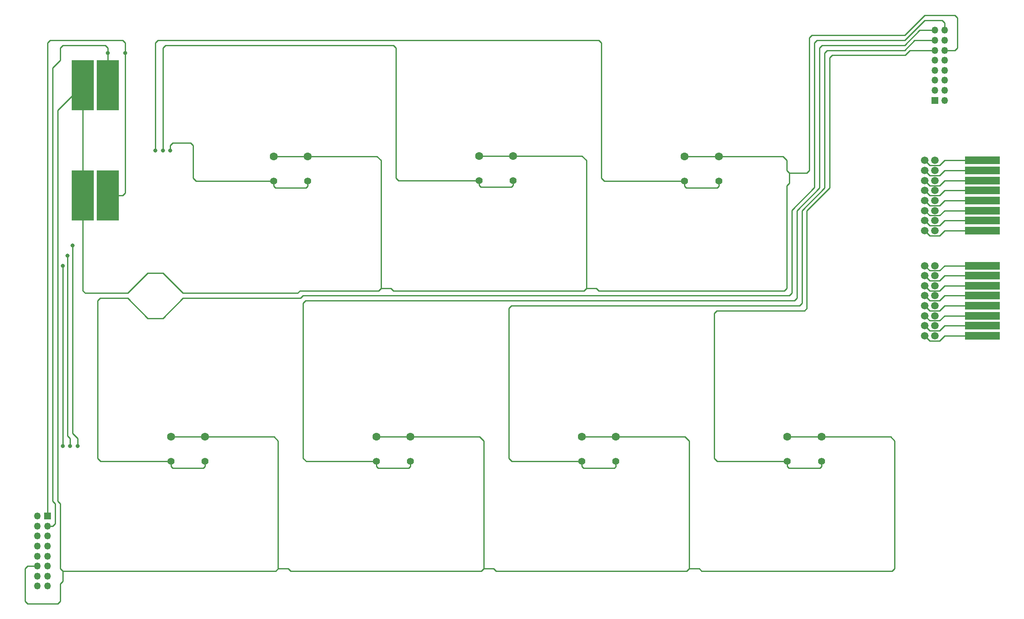
<source format=gbr>
%TF.GenerationSoftware,KiCad,Pcbnew,(6.0.1)*%
%TF.CreationDate,2022-11-16T23:08:11+09:00*%
%TF.ProjectId,iidx-refine-xsw,69696478-2d72-4656-9669-6e652d787377,rev?*%
%TF.SameCoordinates,Original*%
%TF.FileFunction,Copper,L1,Top*%
%TF.FilePolarity,Positive*%
%FSLAX46Y46*%
G04 Gerber Fmt 4.6, Leading zero omitted, Abs format (unit mm)*
G04 Created by KiCad (PCBNEW (6.0.1)) date 2022-11-16 23:08:11*
%MOMM*%
%LPD*%
G01*
G04 APERTURE LIST*
%TA.AperFunction,ComponentPad*%
%ADD10C,1.500000*%
%TD*%
%TA.AperFunction,SMDPad,CuDef*%
%ADD11R,7.000000X1.500000*%
%TD*%
%TA.AperFunction,ComponentPad*%
%ADD12C,1.600000*%
%TD*%
%TA.AperFunction,ComponentPad*%
%ADD13C,1.400000*%
%TD*%
%TA.AperFunction,SMDPad,CuDef*%
%ADD14R,4.500000X10.000000*%
%TD*%
%TA.AperFunction,ComponentPad*%
%ADD15R,1.350000X1.350000*%
%TD*%
%TA.AperFunction,ComponentPad*%
%ADD16O,1.350000X1.350000*%
%TD*%
%TA.AperFunction,ViaPad*%
%ADD17C,0.800000*%
%TD*%
%TA.AperFunction,Conductor*%
%ADD18C,0.250000*%
%TD*%
G04 APERTURE END LIST*
D10*
%TO.P,J2,1*%
%TO.N,N/C*%
X220500000Y-50000000D03*
D11*
X232000000Y-50000000D03*
D10*
%TO.P,J2,2*%
X222500000Y-50000000D03*
%TO.P,J2,3*%
X220500000Y-52000000D03*
D11*
X232000000Y-52000000D03*
D10*
%TO.P,J2,4*%
X222500000Y-52000000D03*
%TO.P,J2,5*%
X220500000Y-54000000D03*
D11*
X232000000Y-54000000D03*
D10*
%TO.P,J2,6*%
X222500000Y-54000000D03*
D11*
%TO.P,J2,7*%
X232000000Y-56000000D03*
D10*
X220500000Y-56000000D03*
%TO.P,J2,8*%
X222500000Y-56000000D03*
D11*
%TO.P,J2,9*%
X232000000Y-58000000D03*
D10*
X220500000Y-58000000D03*
%TO.P,J2,10*%
X222500000Y-58000000D03*
D11*
%TO.P,J2,11*%
X232000000Y-60000000D03*
D10*
X220500000Y-60000000D03*
%TO.P,J2,12*%
X222500000Y-60000000D03*
%TO.P,J2,13*%
X220500000Y-62000000D03*
D11*
X232000000Y-62000000D03*
D10*
%TO.P,J2,14*%
X222500000Y-62000000D03*
D11*
%TO.P,J2,15*%
X232000000Y-64000000D03*
D10*
X220500000Y-64000000D03*
%TO.P,J2,16*%
X222500000Y-64000000D03*
%TD*%
D12*
%TO.P,SW1,1,A*%
%TO.N,GND*%
X76900000Y-105200000D03*
X70099992Y-105199836D03*
D13*
%TO.P,SW1,2,B*%
%TO.N,Net-(J1-Pad16)*%
X70099992Y-110099836D03*
X76900000Y-110100000D03*
%TD*%
D12*
%TO.P,SW4,1,A*%
%TO.N,GND*%
X131599992Y-49099836D03*
X138400000Y-49100000D03*
D13*
%TO.P,SW4,2,B*%
%TO.N,Net-(J1-Pad7)*%
X131599992Y-53999836D03*
X138400000Y-54000000D03*
%TD*%
D14*
%TO.P,SW9,1,A*%
%TO.N,GND*%
X52500000Y-57000000D03*
%TO.P,SW9,2,B*%
%TO.N,Net-(J1-Pad1)*%
X57500000Y-57000000D03*
%TD*%
D12*
%TO.P,SW2,1,A*%
%TO.N,GND*%
X97400000Y-49200000D03*
X90599992Y-49199836D03*
D13*
%TO.P,SW2,2,B*%
%TO.N,Net-(J1-Pad5)*%
X90599992Y-54099836D03*
X97400000Y-54100000D03*
%TD*%
D11*
%TO.P,J1,1*%
%TO.N,N/C*%
X232000000Y-71000000D03*
D10*
X220500000Y-71000000D03*
%TO.P,J1,2*%
X222500000Y-71000000D03*
D11*
%TO.P,J1,3*%
X232000000Y-73000000D03*
D10*
X220500000Y-73000000D03*
%TO.P,J1,4*%
X222500000Y-73000000D03*
%TO.P,J1,5*%
X220500000Y-75000000D03*
D11*
X232000000Y-75000000D03*
D10*
%TO.P,J1,6*%
X222500000Y-75000000D03*
D11*
%TO.P,J1,7*%
X232000000Y-77000000D03*
D10*
X220500000Y-77000000D03*
%TO.P,J1,8*%
X222500000Y-77000000D03*
%TO.P,J1,9*%
X220500000Y-79000000D03*
D11*
X232000000Y-79000000D03*
D10*
%TO.P,J1,10*%
X222500000Y-79000000D03*
D11*
%TO.P,J1,11*%
X232000000Y-81000000D03*
D10*
X220500000Y-81000000D03*
%TO.P,J1,12*%
X222500000Y-81000000D03*
%TO.P,J1,13*%
X220500000Y-83000000D03*
D11*
X232000000Y-83000000D03*
D10*
%TO.P,J1,14*%
X222500000Y-83000000D03*
D11*
%TO.P,J1,15*%
X232000000Y-85000000D03*
D10*
X220500000Y-85000000D03*
%TO.P,J1,16*%
X222500000Y-85000000D03*
%TD*%
D14*
%TO.P,SW8,1,A*%
%TO.N,GND*%
X52500000Y-35000000D03*
%TO.P,SW8,2,B*%
%TO.N,Net-(J1-Pad3)*%
X57500000Y-35000000D03*
%TD*%
D12*
%TO.P,SW6,1,A*%
%TO.N,GND*%
X172599992Y-49199836D03*
X179400000Y-49200000D03*
D13*
%TO.P,SW6,2,B*%
%TO.N,Net-(J1-Pad9)*%
X179400000Y-54100000D03*
X172599992Y-54099836D03*
%TD*%
D12*
%TO.P,SW7,1,A*%
%TO.N,GND*%
X193099992Y-105199836D03*
X199900000Y-105200000D03*
D13*
%TO.P,SW7,2,B*%
%TO.N,Net-(J1-Pad11)*%
X199900000Y-110100000D03*
X193099992Y-110099836D03*
%TD*%
D12*
%TO.P,SW3,1,A*%
%TO.N,GND*%
X117900000Y-105200000D03*
X111099992Y-105199836D03*
D13*
%TO.P,SW3,2,B*%
%TO.N,Net-(J1-Pad15)*%
X111099992Y-110099836D03*
X117900000Y-110100000D03*
%TD*%
D12*
%TO.P,SW5,1,A*%
%TO.N,GND*%
X158900000Y-105200000D03*
X152099992Y-105199836D03*
D13*
%TO.P,SW5,2,B*%
%TO.N,Net-(J1-Pad13)*%
X158900000Y-110100000D03*
X152099992Y-110099836D03*
%TD*%
D15*
%TO.P,J2,1,Pin_1*%
%TO.N,Net-(J1-Pad1)*%
X222500000Y-38000000D03*
D16*
%TO.P,J2,2,Pin_2*%
%TO.N,unconnected-(J2-Pad2)*%
X224500000Y-38000000D03*
%TO.P,J2,3,Pin_3*%
%TO.N,Net-(J1-Pad3)*%
X222500000Y-36000000D03*
%TO.P,J2,4,Pin_4*%
%TO.N,unconnected-(J2-Pad4)*%
X224500000Y-36000000D03*
%TO.P,J2,5,Pin_5*%
%TO.N,Net-(J1-Pad5)*%
X222500000Y-34000000D03*
%TO.P,J2,6,Pin_6*%
%TO.N,unconnected-(J2-Pad6)*%
X224500000Y-34000000D03*
%TO.P,J2,7,Pin_7*%
%TO.N,Net-(J1-Pad7)*%
X222500000Y-32000000D03*
%TO.P,J2,8,Pin_8*%
%TO.N,unconnected-(J2-Pad8)*%
X224500000Y-32000000D03*
%TO.P,J2,9,Pin_9*%
%TO.N,Net-(J1-Pad9)*%
X222500000Y-30000000D03*
%TO.P,J2,10,Pin_10*%
%TO.N,unconnected-(J2-Pad10)*%
X224500000Y-30000000D03*
%TO.P,J2,11,Pin_11*%
%TO.N,Net-(J1-Pad11)*%
X222500000Y-28000000D03*
%TO.P,J2,12,Pin_12*%
%TO.N,GND*%
X224500000Y-28000000D03*
%TO.P,J2,13,Pin_13*%
%TO.N,Net-(J1-Pad13)*%
X222500000Y-26000000D03*
%TO.P,J2,14,Pin_14*%
%TO.N,unconnected-(J2-Pad14)*%
X224500000Y-26000000D03*
%TO.P,J2,15,Pin_15*%
%TO.N,Net-(J1-Pad15)*%
X222500000Y-24000000D03*
%TO.P,J2,16,Pin_16*%
%TO.N,Net-(J1-Pad16)*%
X224500000Y-24000000D03*
%TD*%
D15*
%TO.P,J1,1,Pin_1*%
%TO.N,Net-(J1-Pad1)*%
X45500000Y-121000000D03*
D16*
%TO.P,J1,2,Pin_2*%
%TO.N,unconnected-(J1-Pad2)*%
X43500000Y-121000000D03*
%TO.P,J1,3,Pin_3*%
%TO.N,Net-(J1-Pad3)*%
X45500000Y-123000000D03*
%TO.P,J1,4,Pin_4*%
%TO.N,unconnected-(J1-Pad4)*%
X43500000Y-123000000D03*
%TO.P,J1,5,Pin_5*%
%TO.N,Net-(J1-Pad5)*%
X45500000Y-125000000D03*
%TO.P,J1,6,Pin_6*%
%TO.N,unconnected-(J1-Pad6)*%
X43500000Y-125000000D03*
%TO.P,J1,7,Pin_7*%
%TO.N,Net-(J1-Pad7)*%
X45500000Y-127000000D03*
%TO.P,J1,8,Pin_8*%
%TO.N,unconnected-(J1-Pad8)*%
X43500000Y-127000000D03*
%TO.P,J1,9,Pin_9*%
%TO.N,Net-(J1-Pad9)*%
X45500000Y-129000000D03*
%TO.P,J1,10,Pin_10*%
%TO.N,unconnected-(J1-Pad10)*%
X43500000Y-129000000D03*
%TO.P,J1,11,Pin_11*%
%TO.N,Net-(J1-Pad11)*%
X45500000Y-131000000D03*
%TO.P,J1,12,Pin_12*%
%TO.N,GND*%
X43500000Y-131000000D03*
%TO.P,J1,13,Pin_13*%
%TO.N,Net-(J1-Pad13)*%
X45500000Y-133000000D03*
%TO.P,J1,14,Pin_14*%
%TO.N,unconnected-(J1-Pad14)*%
X43500000Y-133000000D03*
%TO.P,J1,15,Pin_15*%
%TO.N,Net-(J1-Pad15)*%
X45500000Y-135000000D03*
%TO.P,J1,16,Pin_16*%
%TO.N,Net-(J1-Pad16)*%
X43500000Y-135000000D03*
%TD*%
D17*
%TO.N,Net-(J1-Pad9)*%
X51500000Y-107000000D03*
X67000000Y-48000000D03*
X50500000Y-67000000D03*
%TO.N,Net-(J1-Pad7)*%
X68500000Y-48000000D03*
X49500000Y-69000000D03*
X50000000Y-107000000D03*
%TO.N,Net-(J1-Pad5)*%
X48500000Y-107000000D03*
X70000000Y-48000000D03*
X48500000Y-71000000D03*
%TO.N,Net-(J1-Pad3)*%
X57500000Y-28500000D03*
%TO.N,Net-(J1-Pad1)*%
X61000000Y-28500000D03*
%TD*%
D18*
%TO.N,*%
X223500000Y-51000000D02*
X224500000Y-50000000D01*
X224500000Y-54000000D02*
X232000000Y-54000000D01*
X221500000Y-59000000D02*
X223500000Y-59000000D01*
X221500000Y-76000000D02*
X223500000Y-76000000D01*
X220500000Y-83000000D02*
X221500000Y-84000000D01*
X220500000Y-52000000D02*
X221500000Y-53000000D01*
X220500000Y-64000000D02*
X221500000Y-65000000D01*
X223500000Y-76000000D02*
X224500000Y-75000000D01*
X223500000Y-53000000D02*
X224500000Y-52000000D01*
X224500000Y-79000000D02*
X232000000Y-79000000D01*
X224500000Y-58000000D02*
X232000000Y-58000000D01*
X223500000Y-72000000D02*
X224500000Y-71000000D01*
X220500000Y-54000000D02*
X221500000Y-55000000D01*
X223500000Y-65000000D02*
X224500000Y-64000000D01*
X220500000Y-71000000D02*
X221500000Y-72000000D01*
X221500000Y-72000000D02*
X223500000Y-72000000D01*
X220500000Y-77000000D02*
X221500000Y-78000000D01*
X220500000Y-58000000D02*
X221500000Y-59000000D01*
X224500000Y-52000000D02*
X232000000Y-52000000D01*
X223500000Y-82000000D02*
X224500000Y-81000000D01*
X220500000Y-60000000D02*
X221500000Y-61000000D01*
X221500000Y-82000000D02*
X223500000Y-82000000D01*
X224500000Y-56000000D02*
X232000000Y-56000000D01*
X221500000Y-86000000D02*
X223500000Y-86000000D01*
X224500000Y-75000000D02*
X232000000Y-75000000D01*
X224500000Y-62000000D02*
X232000000Y-62000000D01*
X221500000Y-51000000D02*
X223500000Y-51000000D01*
X224500000Y-64000000D02*
X232000000Y-64000000D01*
X223500000Y-78000000D02*
X224500000Y-77000000D01*
X223500000Y-61000000D02*
X224500000Y-60000000D01*
X223500000Y-80000000D02*
X224500000Y-79000000D01*
X224500000Y-71000000D02*
X232000000Y-71000000D01*
X221500000Y-78000000D02*
X223500000Y-78000000D01*
X223500000Y-57000000D02*
X224500000Y-56000000D01*
X224500000Y-77000000D02*
X232000000Y-77000000D01*
X224500000Y-50000000D02*
X232000000Y-50000000D01*
X220500000Y-75000000D02*
X221500000Y-76000000D01*
X223500000Y-59000000D02*
X224500000Y-58000000D01*
X221500000Y-57000000D02*
X223500000Y-57000000D01*
X223500000Y-55000000D02*
X224500000Y-54000000D01*
X224500000Y-81000000D02*
X232000000Y-81000000D01*
X221500000Y-65000000D02*
X223500000Y-65000000D01*
X220500000Y-56000000D02*
X221500000Y-57000000D01*
X223500000Y-74000000D02*
X224500000Y-73000000D01*
X223500000Y-63000000D02*
X224500000Y-62000000D01*
X220500000Y-62000000D02*
X221500000Y-63000000D01*
X221500000Y-84000000D02*
X223500000Y-84000000D01*
X221500000Y-80000000D02*
X223500000Y-80000000D01*
X221500000Y-74000000D02*
X223500000Y-74000000D01*
X224500000Y-60000000D02*
X232000000Y-60000000D01*
X224500000Y-83000000D02*
X232000000Y-83000000D01*
X223500000Y-86000000D02*
X224500000Y-85000000D01*
X221500000Y-53000000D02*
X223500000Y-53000000D01*
X221500000Y-63000000D02*
X223500000Y-63000000D01*
X220500000Y-50000000D02*
X221500000Y-51000000D01*
X221500000Y-55000000D02*
X223500000Y-55000000D01*
X220500000Y-79000000D02*
X221500000Y-80000000D01*
X220500000Y-85000000D02*
X221500000Y-86000000D01*
X220500000Y-81000000D02*
X221500000Y-82000000D01*
X223500000Y-84000000D02*
X224500000Y-83000000D01*
X221500000Y-61000000D02*
X223500000Y-61000000D01*
X224500000Y-85000000D02*
X232000000Y-85000000D01*
X220500000Y-73000000D02*
X221500000Y-74000000D01*
X224500000Y-73000000D02*
X232000000Y-73000000D01*
%TO.N,Net-(J1-Pad16)*%
X216500000Y-26000000D02*
X199000000Y-26000000D01*
X194000000Y-76500000D02*
X193500000Y-77000000D01*
X224500000Y-24000000D02*
X224500000Y-22500000D01*
X68500000Y-81500000D02*
X65500000Y-81500000D01*
X70434727Y-111424520D02*
X76565429Y-111424520D01*
X193500000Y-77000000D02*
X96432141Y-77000000D01*
X72500000Y-77500000D02*
X68500000Y-81500000D01*
X96432141Y-77000000D02*
X95932141Y-77500000D01*
X95932141Y-77500000D02*
X72500000Y-77500000D01*
X220500000Y-22000000D02*
X216500000Y-26000000D01*
X56099836Y-110099836D02*
X70099992Y-110099836D01*
X224000000Y-22000000D02*
X220500000Y-22000000D01*
X70099992Y-110099836D02*
X70099992Y-111089785D01*
X199000000Y-26000000D02*
X198500000Y-26500000D01*
X224500000Y-22500000D02*
X224000000Y-22000000D01*
X56000000Y-77500000D02*
X55500000Y-78000000D01*
X198500000Y-55413523D02*
X194000000Y-59913523D01*
X76900000Y-111089949D02*
X76900000Y-110100000D01*
X76565429Y-111424520D02*
X76900000Y-111089949D01*
X55500000Y-78000000D02*
X55500000Y-109500000D01*
X70099992Y-111089785D02*
X70434727Y-111424520D01*
X61500000Y-77500000D02*
X56000000Y-77500000D01*
X198500000Y-26500000D02*
X198500000Y-55413523D01*
X194000000Y-59913523D02*
X194000000Y-76500000D01*
X55500000Y-109500000D02*
X56099836Y-110099836D01*
X65500000Y-81500000D02*
X61500000Y-77500000D01*
%TO.N,Net-(J1-Pad15)*%
X97000000Y-78000000D02*
X96500000Y-78500000D01*
X195000000Y-77500000D02*
X194500000Y-78000000D01*
X199500000Y-55500000D02*
X195000000Y-60000000D01*
X216500000Y-27000000D02*
X200000000Y-27000000D01*
X200000000Y-27000000D02*
X199500000Y-27500000D01*
X97099836Y-110099836D02*
X111099992Y-110099836D01*
X111099992Y-111099992D02*
X111099992Y-110099836D01*
X111424520Y-111424520D02*
X111099992Y-111099992D01*
X199500000Y-27500000D02*
X199500000Y-55500000D01*
X96500000Y-109500000D02*
X97099836Y-110099836D01*
X96500000Y-78500000D02*
X96500000Y-109500000D01*
X117565429Y-111424520D02*
X111424520Y-111424520D01*
X194500000Y-78000000D02*
X97000000Y-78000000D01*
X222500000Y-24000000D02*
X219500000Y-24000000D01*
X195000000Y-60000000D02*
X195000000Y-77500000D01*
X117900000Y-110100000D02*
X117900000Y-111089949D01*
X117900000Y-111089949D02*
X117565429Y-111424520D01*
X219500000Y-24000000D02*
X216500000Y-27000000D01*
%TO.N,Net-(J1-Pad13)*%
X196000000Y-60000000D02*
X196000000Y-78500000D01*
X137500000Y-79500000D02*
X137500000Y-109500000D01*
X138000000Y-79000000D02*
X137500000Y-79500000D01*
X222500000Y-26000000D02*
X218500000Y-26000000D01*
X158900000Y-111100000D02*
X158900000Y-110100000D01*
X138099836Y-110099836D02*
X152099992Y-110099836D01*
X195500000Y-79000000D02*
X138000000Y-79000000D01*
X137500000Y-109500000D02*
X138099836Y-110099836D01*
X200500000Y-28500000D02*
X200500000Y-55500000D01*
X158575480Y-111424520D02*
X158900000Y-111100000D01*
X152434727Y-111424520D02*
X158575480Y-111424520D01*
X200500000Y-55500000D02*
X196000000Y-60000000D01*
X216500000Y-28000000D02*
X201000000Y-28000000D01*
X152099992Y-111089785D02*
X152434727Y-111424520D01*
X218500000Y-26000000D02*
X216500000Y-28000000D01*
X152099992Y-110099836D02*
X152099992Y-111089785D01*
X196000000Y-78500000D02*
X195500000Y-79000000D01*
X201000000Y-28000000D02*
X200500000Y-28500000D01*
%TO.N,Net-(J1-Pad11)*%
X201500000Y-29500000D02*
X201500000Y-55500000D01*
X179000000Y-80000000D02*
X178500000Y-80500000D01*
X201500000Y-55500000D02*
X197000000Y-60000000D01*
X222500000Y-28000000D02*
X217567859Y-28000000D01*
X193099992Y-110099836D02*
X193099992Y-111089785D01*
X197000000Y-79500000D02*
X196500000Y-80000000D01*
X216567859Y-29000000D02*
X202000000Y-29000000D01*
X193099992Y-111089785D02*
X193434727Y-111424520D01*
X217567859Y-28000000D02*
X216567859Y-29000000D01*
X199900000Y-111089949D02*
X199900000Y-110100000D01*
X178500000Y-80500000D02*
X178500000Y-109500000D01*
X193434727Y-111424520D02*
X199565429Y-111424520D01*
X197000000Y-60000000D02*
X197000000Y-79500000D01*
X199565429Y-111424520D02*
X199900000Y-111089949D01*
X196500000Y-80000000D02*
X179000000Y-80000000D01*
X179099836Y-110099836D02*
X193099992Y-110099836D01*
X178500000Y-109500000D02*
X179099836Y-110099836D01*
X202000000Y-29000000D02*
X201500000Y-29500000D01*
%TO.N,Net-(J1-Pad9)*%
X50500000Y-104500000D02*
X50500000Y-67000000D01*
X156000000Y-53500000D02*
X156599836Y-54099836D01*
X179065429Y-55424520D02*
X179400000Y-55089949D01*
X67000000Y-26500000D02*
X67500000Y-26000000D01*
X67000000Y-48000000D02*
X67000000Y-26500000D01*
X156000000Y-26500000D02*
X156000000Y-53500000D01*
X155500000Y-26000000D02*
X156000000Y-26500000D01*
X172599992Y-54099836D02*
X172599992Y-55089785D01*
X51500000Y-105500000D02*
X50500000Y-104500000D01*
X172934727Y-55424520D02*
X179065429Y-55424520D01*
X179400000Y-55089949D02*
X179400000Y-54100000D01*
X51500000Y-107000000D02*
X51500000Y-105500000D01*
X172599992Y-55089785D02*
X172934727Y-55424520D01*
X67500000Y-26000000D02*
X155500000Y-26000000D01*
X156599836Y-54099836D02*
X172599992Y-54099836D01*
%TO.N,Net-(J1-Pad7)*%
X69000000Y-27000000D02*
X114500000Y-27000000D01*
X131599992Y-54989785D02*
X131934727Y-55324520D01*
X114500000Y-27000000D02*
X115000000Y-27500000D01*
X138065429Y-55324520D02*
X138400000Y-54989949D01*
X131599992Y-53999836D02*
X131599992Y-54989785D01*
X138400000Y-54989949D02*
X138400000Y-54000000D01*
X49500000Y-105000000D02*
X49500000Y-69000000D01*
X115000000Y-53500000D02*
X115499836Y-53999836D01*
X115000000Y-27500000D02*
X115000000Y-53500000D01*
X131934727Y-55324520D02*
X138065429Y-55324520D01*
X115499836Y-53999836D02*
X131599992Y-53999836D01*
X50000000Y-107000000D02*
X50000000Y-105500000D01*
X50000000Y-105500000D02*
X49500000Y-105000000D01*
X68500000Y-27500000D02*
X69000000Y-27000000D01*
X68500000Y-48000000D02*
X68500000Y-27500000D01*
%TO.N,GND*%
X91000000Y-132000000D02*
X49000000Y-132000000D01*
X214000000Y-132000000D02*
X214500000Y-131500000D01*
X173500000Y-131500000D02*
X173000000Y-132000000D01*
X48000000Y-122500000D02*
X48000000Y-118500000D01*
X173000000Y-132000000D02*
X135000000Y-132000000D01*
X179399836Y-49199836D02*
X179400000Y-49200000D01*
X76899836Y-105199836D02*
X76900000Y-105200000D01*
X41500000Y-138500000D02*
X47500000Y-138500000D01*
X199899836Y-105199836D02*
X199900000Y-105200000D01*
X227000000Y-21500000D02*
X227000000Y-27500000D01*
X193000000Y-75500000D02*
X193000000Y-57500000D01*
X52500000Y-57000000D02*
X52500000Y-76000000D01*
X173500000Y-131500000D02*
X175500000Y-131500000D01*
X72500000Y-76500000D02*
X95398211Y-76500000D01*
X131700000Y-105200000D02*
X117900000Y-105200000D01*
X48000000Y-118500000D02*
X47500000Y-118000000D01*
X111500000Y-76000000D02*
X112000000Y-75500000D01*
X90599992Y-49199836D02*
X97399836Y-49199836D01*
X173500000Y-131500000D02*
X173500000Y-106000000D01*
X132500000Y-106000000D02*
X131700000Y-105200000D01*
X91500000Y-131500000D02*
X91000000Y-132000000D01*
X226500000Y-28000000D02*
X224500000Y-28000000D01*
X47500000Y-138500000D02*
X48000000Y-138000000D01*
X193099992Y-105199836D02*
X199899836Y-105199836D01*
X114500000Y-76000000D02*
X114000000Y-75500000D01*
X52500000Y-35000000D02*
X52500000Y-57000000D01*
X192500000Y-76000000D02*
X193000000Y-75500000D01*
X91500000Y-131500000D02*
X93500000Y-131500000D01*
X111200000Y-49200000D02*
X97400000Y-49200000D01*
X91500000Y-106000000D02*
X90700000Y-105200000D01*
X214500000Y-131500000D02*
X214500000Y-106000000D01*
X65500000Y-72500000D02*
X68500000Y-72500000D01*
X213700000Y-105200000D02*
X199900000Y-105200000D01*
X155000000Y-75500000D02*
X155500000Y-76000000D01*
X111099992Y-105199836D02*
X117899836Y-105199836D01*
X117899836Y-105199836D02*
X117900000Y-105200000D01*
X193000000Y-57500000D02*
X193000000Y-55000000D01*
X48000000Y-138000000D02*
X48000000Y-134500000D01*
X193500000Y-52500000D02*
X197000000Y-52500000D01*
X226500000Y-21000000D02*
X227000000Y-21500000D01*
X197500000Y-25500000D02*
X198000000Y-25000000D01*
X131599992Y-49099836D02*
X138399836Y-49099836D01*
X153000000Y-75500000D02*
X153000000Y-50000000D01*
X68500000Y-72500000D02*
X72500000Y-76500000D01*
X41000000Y-138000000D02*
X41500000Y-138500000D01*
X61500000Y-76500000D02*
X65500000Y-72500000D01*
X198000000Y-25000000D02*
X216500000Y-25000000D01*
X135000000Y-132000000D02*
X134500000Y-131500000D01*
X216500000Y-25000000D02*
X220500000Y-21000000D01*
X95898211Y-76000000D02*
X111500000Y-76000000D01*
X175500000Y-131500000D02*
X176000000Y-132000000D01*
X192200000Y-49200000D02*
X179400000Y-49200000D01*
X95398211Y-76500000D02*
X95898211Y-76000000D01*
X91500000Y-131500000D02*
X91500000Y-106000000D01*
X48500000Y-132000000D02*
X48000000Y-131500000D01*
X153000000Y-75500000D02*
X152500000Y-76000000D01*
X193000000Y-52000000D02*
X193000000Y-50000000D01*
X53000000Y-76500000D02*
X61500000Y-76500000D01*
X197000000Y-52500000D02*
X197500000Y-52000000D01*
X172700000Y-105200000D02*
X158900000Y-105200000D01*
X114000000Y-75500000D02*
X112000000Y-75500000D01*
X197500000Y-52000000D02*
X197500000Y-25500000D01*
X43500000Y-131000000D02*
X41500000Y-131000000D01*
X153000000Y-75500000D02*
X155000000Y-75500000D01*
X52500000Y-76000000D02*
X53000000Y-76500000D01*
X227000000Y-27500000D02*
X226500000Y-28000000D01*
X47500000Y-40000000D02*
X52500000Y-35000000D01*
X152099992Y-105199836D02*
X158899836Y-105199836D01*
X70099992Y-105199836D02*
X76899836Y-105199836D01*
X112000000Y-50000000D02*
X111200000Y-49200000D01*
X132000000Y-132000000D02*
X94000000Y-132000000D01*
X94000000Y-132000000D02*
X93500000Y-131500000D01*
X48500000Y-132000000D02*
X49000000Y-132000000D01*
X134500000Y-131500000D02*
X132500000Y-131500000D01*
X97399836Y-49199836D02*
X97400000Y-49200000D01*
X153000000Y-50000000D02*
X152100000Y-49100000D01*
X48500000Y-134000000D02*
X48500000Y-132000000D01*
X158899836Y-105199836D02*
X158900000Y-105200000D01*
X112000000Y-75500000D02*
X112000000Y-50000000D01*
X220500000Y-21000000D02*
X226500000Y-21000000D01*
X152100000Y-49100000D02*
X138400000Y-49100000D01*
X176000000Y-132000000D02*
X214000000Y-132000000D01*
X47500000Y-118000000D02*
X47500000Y-40000000D01*
X48000000Y-131500000D02*
X48000000Y-122500000D01*
X193000000Y-55000000D02*
X193500000Y-54500000D01*
X132500000Y-131500000D02*
X132000000Y-132000000D01*
X138399836Y-49099836D02*
X138400000Y-49100000D01*
X155500000Y-76000000D02*
X192500000Y-76000000D01*
X90700000Y-105200000D02*
X76900000Y-105200000D01*
X193500000Y-52500000D02*
X193000000Y-52000000D01*
X152500000Y-76000000D02*
X114500000Y-76000000D01*
X41500000Y-131000000D02*
X41000000Y-131500000D01*
X193500000Y-54500000D02*
X193500000Y-52500000D01*
X172599992Y-49199836D02*
X179399836Y-49199836D01*
X214500000Y-106000000D02*
X213700000Y-105200000D01*
X41000000Y-131500000D02*
X41000000Y-138000000D01*
X173500000Y-106000000D02*
X172700000Y-105200000D01*
X48000000Y-134500000D02*
X48500000Y-134000000D01*
X132500000Y-131500000D02*
X132500000Y-106000000D01*
X193000000Y-50000000D02*
X192200000Y-49200000D01*
%TO.N,Net-(J1-Pad5)*%
X90599992Y-54099836D02*
X90599992Y-55089785D01*
X70000000Y-48000000D02*
X70000000Y-47000000D01*
X74000000Y-46500000D02*
X74500000Y-47000000D01*
X70500000Y-46500000D02*
X74000000Y-46500000D01*
X74500000Y-47000000D02*
X74500000Y-53500000D01*
X48500000Y-107000000D02*
X48500000Y-71000000D01*
X75099836Y-54099836D02*
X90599992Y-54099836D01*
X97400000Y-55100000D02*
X97400000Y-54100000D01*
X90599992Y-55089785D02*
X90934727Y-55424520D01*
X74500000Y-53500000D02*
X75099836Y-54099836D01*
X97075480Y-55424520D02*
X97400000Y-55100000D01*
X90934727Y-55424520D02*
X97075480Y-55424520D01*
X70000000Y-47000000D02*
X70500000Y-46500000D01*
%TO.N,Net-(J1-Pad3)*%
X46500000Y-118000000D02*
X47000000Y-118500000D01*
X48000000Y-27500000D02*
X48000000Y-30000000D01*
X48500000Y-27000000D02*
X48000000Y-27500000D01*
X57500000Y-28500000D02*
X57500000Y-27500000D01*
X57500000Y-35000000D02*
X57500000Y-28500000D01*
X46500000Y-31500000D02*
X46500000Y-118000000D01*
X47000000Y-122500000D02*
X46500000Y-123000000D01*
X48000000Y-30000000D02*
X46500000Y-31500000D01*
X47000000Y-118500000D02*
X47000000Y-122500000D01*
X57000000Y-27000000D02*
X48500000Y-27000000D01*
X57500000Y-27500000D02*
X57000000Y-27000000D01*
X46500000Y-123000000D02*
X45500000Y-123000000D01*
%TO.N,Net-(J1-Pad1)*%
X45500000Y-26500000D02*
X45500000Y-30000000D01*
X61000000Y-28500000D02*
X61000000Y-26500000D01*
X60500000Y-57000000D02*
X61000000Y-56500000D01*
X57500000Y-57000000D02*
X60500000Y-57000000D01*
X61000000Y-26500000D02*
X60500000Y-26000000D01*
X60500000Y-26000000D02*
X46000000Y-26000000D01*
X45500000Y-30000000D02*
X45500000Y-121000000D01*
X46000000Y-26000000D02*
X45500000Y-26500000D01*
X61000000Y-56500000D02*
X61000000Y-28500000D01*
%TD*%
M02*

</source>
